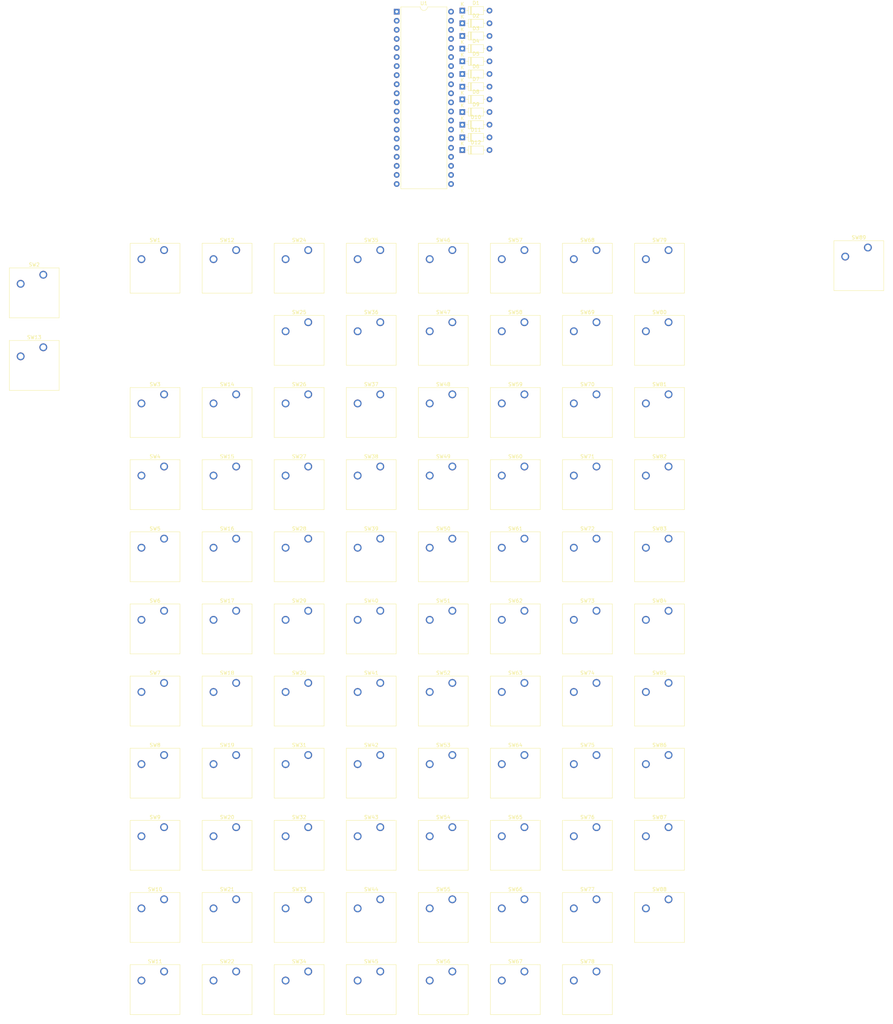
<source format=kicad_pcb>
(kicad_pcb (version 20221018) (generator pcbnew)
  (layers (0 "F.Cu" signal) (31 "B.Cu" signal) (34 "B.Paste" user) (35 "F.Paste" user) (36 "B.SilkS" user "B.Silkscreen") (37 "F.SilkS" user "F.Silkscreen") (38 "B.Mask" user) (39 "F.Mask" user) (44 "Edge.Cuts" user))
  (net 0 "")
  (net 1 "Net-(D1-K)")
  (net 2 "Net-(D1-A)")
  (net 3 "Net-(D2-K)")
  (net 4 "Net-(D2-A)")
  (net 5 "Net-(D3-K)")
  (net 6 "Net-(D3-A)")
  (net 7 "Net-(D4-K)")
  (net 8 "Net-(D4-A)")
  (net 9 "Net-(D5-K)")
  (net 10 "Net-(D5-A)")
  (net 11 "Net-(D6-K)")
  (net 12 "Net-(D6-A)")
  (net 13 "Net-(D7-K)")
  (net 14 "Net-(D7-A)")
  (net 15 "Net-(D8-K)")
  (net 16 "Net-(D8-A)")
  (net 17 "Net-(D9-K)")
  (net 18 "Net-(D9-A)")
  (net 19 "Net-(D10-K)")
  (net 20 "Net-(D10-A)")
  (net 21 "Net-(D11-K)")
  (net 22 "Net-(D11-A)")
  (net 23 "Net-(D12-K)")
  (net 24 "Net-(D12-A)")
  (net 25 "/Keyboard/XT2_{1}")
  (net 26 "/Keyboard/XT1_{1}")
  (net 27 "/Keyboard/XT1_{2}")
  (net 28 "/Keyboard/XT1_{3}")
  (net 29 "/Keyboard/XT1_{4}")
  (net 30 "/Keyboard/XT1_{5}")
  (net 31 "/Keyboard/XT1_{6}")
  (net 32 "/Keyboard/XT1_{7}")
  (net 33 "/Keyboard/XT1_{8}")
  (net 34 "/Keyboard/XT1_{9}")
  (net 35 "/Keyboard/XT1_{10}")
  (net 36 "/Keyboard/XT1_{11}")
  (net 37 "/Keyboard/XT2_{2}")
  (net 38 "/Keyboard/XT2_{4}")
  (net 39 "/Keyboard/XT2_{3}")
  (net 40 "/Keyboard/XT2_{5}")
  (net 41 "/Keyboard/XT2_{6}")
  (net 42 "/Keyboard/XT2_{7}")
  (net 43 "/Keyboard/XT2_{8}")
  (net 44 "/Keyboard/XT1_{12}")
  (net 45 "/Keyboard/XT2_{9}")
  (net 46 "Net-(U1-Vpp{slash}~{MCLR}{slash}RE3)")
  (net 47 "Net-(J2-Pin_9)")
  (net 53 "Net-(U1-CK1SPP{slash}AN5{slash}RE0)")
  (net 54 "Net-(U1-CK2SPP{slash}AN6{slash}RE1)")
  (net 55 "Net-(U1-OESPP{slash}AN7{slash}RE2)")
  (net 56 "Net-(U1-VDD-Pad11)")
  (net 57 "GND")
  (net 58 "Net-(U1-OSC1{slash}CLKI)")
  (net 59 "Net-(U1-RA6{slash}OSC2{slash}CLKO)")
  (net 64 "Net-(U1-SPP0{slash}RD0)")
  (net 65 "Net-(U1-SPP1{slash}RD1)")
  (net 66 "Net-(U1-SPP2{slash}RD2)")
  (net 67 "Net-(U1-SPP3{slash}RD3)")
  (net 72 "Net-(U1-SPP4{slash}RD4)")
  (net 73 "Net-(U1-P1B{slash}SPP5{slash}RD5)")
  (net 74 "Net-(U1-P1C{slash}SPP6{slash}RD6)")
  (net 75 "Net-(U1-P1D{slash}SPP7{slash}RD7)")
  (net 76 "Net-(J2-Pin_1)")
  (net 77 "Net-(J2-Pin_2)")
  (net 78 "Net-(J2-Pin_3)")
  (net 79 "Net-(J2-Pin_4)")
  (net 80 "Net-(J2-Pin_5)")
  (net 81 "Net-(J2-Pin_6)")
  (net 82 "Net-(J2-Pin_7)")
  (net 83 "Net-(J2-Pin_8)")
  (footprint "Diode_THT:D_DO-35_SOD27_P7.62mm_Horizontal" (layer "F.Cu") (at 142.86 -21.66)
    (fp_text reference "D5" (at 3.81 -2.12) (layer "F.SilkS"))
    (fp_text value "1N4148")
    (fp_text user "K" (at 0 -1.8) (layer "F.SilkS"))
    (pad "1" thru_hole rect (at 0 0) (size 1.6 1.6) (drill 0.8) (layers "*.Cu" "*.Mask") (net 9 "Net-(D5-K)"))
    (pad "2" thru_hole oval (at 7.62 0) (size 1.6 1.6) (drill 0.8) (layers "*.Cu" "*.Mask") (net 10 "Net-(D5-A)"))
  )
  (footprint "Button_Switch_Keyboard:SW_Cherry_MX_1.00u_Plate" (layer "F.Cu") (at 200.66 71.6)
    (fp_text reference "SW81" (at -2.54 -2.794) (layer "F.SilkS"))
    (fp_text value "SA1")
    (pad "" np_thru_hole circle (at -2.54 5.08) (size 4 4) (drill 4) (layers "*.Cu" "*.Mask"))
    (pad "1" thru_hole circle (at 0 0) (size 2.2 2.2) (drill 1.5) (layers "*.Cu" "*.Mask") (net 40 "/Keyboard/XT2_{5}"))
    (pad "2" thru_hole circle (at -6.35 2.54) (size 2.2 2.2) (drill 1.5) (layers "*.Cu" "*.Mask") (net 35 "/Keyboard/XT1_{10}"))
  )
  (footprint "Diode_THT:D_DO-35_SOD27_P7.62mm_Horizontal" (layer "F.Cu") (at 142.86 -28.76)
    (fp_text reference "D3" (at 3.81 -2.12) (layer "F.SilkS"))
    (fp_text value "1N4148")
    (fp_text user "K" (at 0 -1.8) (layer "F.SilkS"))
    (pad "1" thru_hole rect (at 0 0) (size 1.6 1.6) (drill 0.8) (layers "*.Cu" "*.Mask") (net 5 "Net-(D3-K)"))
    (pad "2" thru_hole oval (at 7.62 0) (size 1.6 1.6) (drill 0.8) (layers "*.Cu" "*.Mask") (net 6 "Net-(D3-A)"))
  )
  (footprint "Button_Switch_Keyboard:SW_Cherry_MX_1.00u_Plate" (layer "F.Cu") (at 79.46 213)
    (fp_text reference "SW21" (at -2.54 -2.794) (layer "F.SilkS"))
    (fp_text value "SA1")
    (pad "" np_thru_hole circle (at -2.54 5.08) (size 4 4) (drill 4) (layers "*.Cu" "*.Mask"))
    (pad "1" thru_hole circle (at 0 0) (size 2.2 2.2) (drill 1.5) (layers "*.Cu" "*.Mask") (net 37 "/Keyboard/XT2_{2}"))
    (pad "2" thru_hole circle (at -6.35 2.54) (size 2.2 2.2) (drill 1.5) (layers "*.Cu" "*.Mask") (net 35 "/Keyboard/XT1_{10}"))
  )
  (footprint "Button_Switch_Keyboard:SW_Cherry_MX_1.00u_Plate" (layer "F.Cu") (at 99.66 152.4)
    (fp_text reference "SW30" (at -2.54 -2.794) (layer "F.SilkS"))
    (fp_text value "SA1")
    (pad "" np_thru_hole circle (at -2.54 5.08) (size 4 4) (drill 4) (layers "*.Cu" "*.Mask"))
    (pad "1" thru_hole circle (at 0 0) (size 2.2 2.2) (drill 1.5) (layers "*.Cu" "*.Mask") (net 38 "/Keyboard/XT2_{4}"))
    (pad "2" thru_hole circle (at -6.35 2.54) (size 2.2 2.2) (drill 1.5) (layers "*.Cu" "*.Mask") (net 29 "/Keyboard/XT1_{4}"))
  )
  (footprint "Button_Switch_Keyboard:SW_Cherry_MX_1.00u_Plate" (layer "F.Cu") (at 99.66 172.6)
    (fp_text reference "SW31" (at -2.54 -2.794) (layer "F.SilkS"))
    (fp_text value "SA1")
    (pad "" np_thru_hole circle (at -2.54 5.08) (size 4 4) (drill 4) (layers "*.Cu" "*.Mask"))
    (pad "1" thru_hole circle (at 0 0) (size 2.2 2.2) (drill 1.5) (layers "*.Cu" "*.Mask") (net 39 "/Keyboard/XT2_{3}"))
    (pad "2" thru_hole circle (at -6.35 2.54) (size 2.2 2.2) (drill 1.5) (layers "*.Cu" "*.Mask") (net 30 "/Keyboard/XT1_{5}"))
  )
  (footprint "Button_Switch_Keyboard:SW_Cherry_MX_1.00u_Plate" (layer "F.Cu") (at 79.46 152.4)
    (fp_text reference "SW18" (at -2.54 -2.794) (layer "F.SilkS"))
    (fp_text value "SA1")
    (pad "" np_thru_hole circle (at -2.54 5.08) (size 4 4) (drill 4) (layers "*.Cu" "*.Mask"))
    (pad "1" thru_hole circle (at 0 0) (size 2.2 2.2) (drill 1.5) (layers "*.Cu" "*.Mask") (net 37 "/Keyboard/XT2_{2}"))
    (pad "2" thru_hole circle (at -6.35 2.54) (size 2.2 2.2) (drill 1.5) (layers "*.Cu" "*.Mask") (net 32 "/Keyboard/XT1_{7}"))
  )
  (footprint "Button_Switch_Keyboard:SW_Cherry_MX_1.00u_Plate" (layer "F.Cu") (at 99.66 91.8)
    (fp_text reference "SW27" (at -2.54 -2.794) (layer "F.SilkS"))
    (fp_text value "SA1")
    (pad "" np_thru_hole circle (at -2.54 5.08) (size 4 4) (drill 4) (layers "*.Cu" "*.Mask"))
    (pad "1" thru_hole circle (at 0 0) (size 2.2 2.2) (drill 1.5) (layers "*.Cu" "*.Mask") (net 39 "/Keyboard/XT2_{3}"))
    (pad "2" thru_hole circle (at -6.35 2.54) (size 2.2 2.2) (drill 1.5) (layers "*.Cu" "*.Mask") (net 28 "/Keyboard/XT1_{3}"))
  )
  (footprint "Button_Switch_Keyboard:SW_Cherry_MX_1.00u_Plate" (layer "F.Cu") (at 160.26 152.4)
    (fp_text reference "SW63" (at -2.54 -2.794) (layer "F.SilkS"))
    (fp_text value "SA1")
    (pad "" np_thru_hole circle (at -2.54 5.08) (size 4 4) (drill 4) (layers "*.Cu" "*.Mask"))
    (pad "1" thru_hole circle (at 0 0) (size 2.2 2.2) (drill 1.5) (layers "*.Cu" "*.Mask") (net 42 "/Keyboard/XT2_{7}"))
    (pad "2" thru_hole circle (at -6.35 2.54) (size 2.2 2.2) (drill 1.5) (layers "*.Cu" "*.Mask") (net 30 "/Keyboard/XT1_{5}"))
  )
  (footprint "Button_Switch_Keyboard:SW_Cherry_MX_1.00u_Plate" (layer "F.Cu") (at 140.06 71.6)
    (fp_text reference "SW48" (at -2.54 -2.794) (layer "F.SilkS"))
    (fp_text value "SA1")
    (pad "" np_thru_hole circle (at -2.54 5.08) (size 4 4) (drill 4) (layers "*.Cu" "*.Mask"))
    (pad "1" thru_hole circle (at 0 0) (size 2.2 2.2) (drill 1.5) (layers "*.Cu" "*.Mask") (net 43 "/Keyboard/XT2_{8}"))
    (pad "2" thru_hole circle (at -6.35 2.54) (size 2.2 2.2) (drill 1.5) (layers "*.Cu" "*.Mask") (net 26 "/Keyboard/XT1_{1}"))
  )
  (footprint "Diode_THT:D_DO-35_SOD27_P7.62mm_Horizontal" (layer "F.Cu") (at 142.86 -18.11)
    (fp_text reference "D6" (at 3.81 -2.12) (layer "F.SilkS"))
    (fp_text value "1N4148")
    (fp_text user "K" (at 0 -1.8) (layer "F.SilkS"))
    (pad "1" thru_hole rect (at 0 0) (size 1.6 1.6) (drill 0.8) (layers "*.Cu" "*.Mask") (net 11 "Net-(D6-K)"))
    (pad "2" thru_hole oval (at 7.62 0) (size 1.6 1.6) (drill 0.8) (layers "*.Cu" "*.Mask") (net 12 "Net-(D6-A)"))
  )
  (footprint "Button_Switch_Keyboard:SW_Cherry_MX_1.00u_Plate" (layer "F.Cu") (at 180.46 192.8)
    (fp_text reference "SW76" (at -2.54 -2.794) (layer "F.SilkS"))
    (fp_text value "SA1")
    (pad "" np_thru_hole circle (at -2.54 5.08) (size 4 4) (drill 4) (layers "*.Cu" "*.Mask"))
    (pad "1" thru_hole circle (at 0 0) (size 2.2 2.2) (drill 1.5) (layers "*.Cu" "*.Mask") (net 43 "/Keyboard/XT2_{8}"))
    (pad "2" thru_hole circle (at -6.35 2.54) (size 2.2 2.2) (drill 1.5) (layers "*.Cu" "*.Mask") (net 33 "/Keyboard/XT1_{8}"))
  )
  (footprint "Button_Switch_Keyboard:SW_Cherry_MX_1.00u_Plate" (layer "F.Cu") (at 119.86 213)
    (fp_text reference "SW44" (at -2.54 -2.794) (layer "F.SilkS"))
    (fp_text value "SA1")
    (pad "" np_thru_hole circle (at -2.54 5.08) (size 4 4) (drill 4) (layers "*.Cu" "*.Mask"))
    (pad "1" thru_hole circle (at 0 0) (size 2.2 2.2) (drill 1.5) (layers "*.Cu" "*.Mask") (net 38 "/Keyboard/XT2_{4}"))
    (pad "2" thru_hole circle (at -6.35 2.54) (size 2.2 2.2) (drill 1.5) (layers "*.Cu" "*.Mask") (net 36 "/Keyboard/XT1_{11}"))
  )
  (footprint "Button_Switch_Keyboard:SW_Cherry_MX_1.00u_Plate" (layer "F.Cu") (at 119.86 132.2)
    (fp_text reference "SW40" (at -2.54 -2.794) (layer "F.SilkS"))
    (fp_text value "SA1")
    (pad "" np_thru_hole circle (at -2.54 5.08) (size 4 4) (drill 4) (layers "*.Cu" "*.Mask"))
    (pad "1" thru_hole circle (at 0 0) (size 2.2 2.2) (drill 1.5) (layers "*.Cu" "*.Mask") (net 38 "/Keyboard/XT2_{4}"))
    (pad "2" thru_hole circle (at -6.35 2.54) (size 2.2 2.2) (drill 1.5) (layers "*.Cu" "*.Mask") (net 34 "/Keyboard/XT1_{9}"))
  )
  (footprint "Button_Switch_Keyboard:SW_Cherry_MX_1.00u_Plate" (layer "F.Cu") (at 200.66 152.4)
    (fp_text reference "SW85" (at -2.54 -2.794) (layer "F.SilkS"))
    (fp_text value "SA1")
    (pad "" np_thru_hole circle (at -2.54 5.08) (size 4 4) (drill 4) (layers "*.Cu" "*.Mask"))
    (pad "1" thru_hole circle (at 0 0) (size 2.2 2.2) (drill 1.5) (layers "*.Cu" "*.Mask") (net 40 "/Keyboard/XT2_{5}"))
    (pad "2" thru_hole circle (at -6.35 2.54) (size 2.2 2.2) (drill 1.5) (layers "*.Cu" "*.Mask") (net 36 "/Keyboard/XT1_{11}"))
  )
  (footprint "Button_Switch_Keyboard:SW_Cherry_MX_1.00u_Plate" (layer "F.Cu") (at 79.46 112)
    (fp_text reference "SW16" (at -2.54 -2.794) (layer "F.SilkS"))
    (fp_text value "SA1")
    (pad "" np_thru_hole circle (at -2.54 5.08) (size 4 4) (drill 4) (layers "*.Cu" "*.Mask"))
    (pad "1" thru_hole circle (at 0 0) (size 2.2 2.2) (drill 1.5) (layers "*.Cu" "*.Mask") (net 37 "/Keyboard/XT2_{2}"))
    (pad "2" thru_hole circle (at -6.35 2.54) (size 2.2 2.2) (drill 1.5) (layers "*.Cu" "*.Mask") (net 30 "/Keyboard/XT1_{5}"))
  )
  (footprint "Button_Switch_Keyboard:SW_Cherry_MX_1.00u_Plate" (layer "F.Cu") (at 160.26 91.8)
    (fp_text reference "SW60" (at -2.54 -2.794) (layer "F.SilkS"))
    (fp_text value "SA1")
    (pad "" np_thru_hole circle (at -2.54 5.08) (size 4 4) (drill 4) (layers "*.Cu" "*.Mask"))
    (pad "1" thru_hole circle (at 0 0) (size 2.2 2.2) (drill 1.5) (layers "*.Cu" "*.Mask") (net 43 "/Keyboard/XT2_{8}"))
    (pad "2" thru_hole circle (at -6.35 2.54) (size 2.2 2.2) (drill 1.5) (layers "*.Cu" "*.Mask") (net 29 "/Keyboard/XT1_{4}"))
  )
  (footprint "Button_Switch_Keyboard:SW_Cherry_MX_1.00u_Plate" (layer "F.Cu") (at 180.46 51.4)
    (fp_text reference "SW69" (at -2.54 -2.794) (layer "F.SilkS"))
    (fp_text value "SA1")
    (pad "" np_thru_hole circle (at -2.54 5.08) (size 4 4) (drill 4) (layers "*.Cu" "*.Mask"))
    (pad "1" thru_hole circle (at 0 0) (size 2.2 2.2) (drill 1.5) (layers "*.Cu" "*.Mask") (net 40 "/Keyboard/XT2_{5}"))
    (pad "2" thru_hole circle (at -6.35 2.54) (size 2.2 2.2) (drill 1.5) (layers "*.Cu" "*.Mask") (net 32 "/Keyboard/XT1_{7}"))
  )
  (footprint "Button_Switch_Keyboard:SW_Cherry_MX_1.00u_Plate" (layer "F.Cu") (at 200.66 213)
    (fp_text reference "SW88" (at -2.54 -2.794) (layer "F.SilkS"))
    (fp_text value "SA1")
    (pad "" np_thru_hole circle (at -2.54 5.08) (size 4 4) (drill 4) (layers "*.Cu" "*.Mask"))
    (pad "1" thru_hole circle (at 0 0) (size 2.2 2.2) (drill 1.5) (layers "*.Cu" "*.Mask") (net 43 "/Keyboard/XT2_{8}"))
    (pad "2" thru_hole circle (at -6.35 2.54) (size 2.2 2.2) (drill 1.5) (layers "*.Cu" "*.Mask") (net 36 "/Keyboard/XT1_{11}"))
  )
  (footprint "Button_Switch_Keyboard:SW_Cherry_MX_1.00u_Plate" (layer "F.Cu") (at 59.26 132.2)
    (fp_text reference "SW6" (at -2.54 -2.794) (layer "F.SilkS"))
    (fp_text value "SA1")
    (pad "" np_thru_hole circle (at -2.54 5.08) (size 4 4) (drill 4) (layers "*.Cu" "*.Mask"))
    (pad "1" thru_hole circle (at 0 0) (size 2.2 2.2) (drill 1.5) (layers "*.Cu" "*.Mask") (net 25 "/Keyboard/XT2_{1}"))
    (pad "2" thru_hole circle (at -6.35 2.54) (size 2.2 2.2) (drill 1.5) (layers "*.Cu" "*.Mask") (net 31 "/Keyboard/XT1_{6}"))
  )
  (footprint "Button_Switch_Keyboard:SW_Cherry_MX_1.00u_Plate" (layer "F.Cu") (at 59.26 213)
    (fp_text reference "SW10" (at -2.54 -2.794) (layer "F.SilkS"))
    (fp_text value "SA1")
    (pad "" np_thru_hole circle (at -2.54 5.08) (size 4 4) (drill 4) (layers "*.Cu" "*.Mask"))
    (pad "1" thru_hole circle (at 0 0) (size 2.2 2.2) (drill 1.5) (layers "*.Cu" "*.Mask") (net 25 "/Keyboard/XT2_{1}"))
    (pad "2" thru_hole circle (at -6.35 2.54) (size 2.2 2.2) (drill 1.5) (layers "*.Cu" "*.Mask") (net 35 "/Keyboard/XT1_{10}"))
  )
  (footprint "Button_Switch_Keyboard:SW_Cherry_MX_1.00u_Plate" (layer "F.Cu") (at 200.66 132.2)
    (fp_text reference "SW84" (at -2.54 -2.794) (layer "F.SilkS"))
    (fp_text value "SA1")
    (pad "" np_thru_hole circle (at -2.54 5.08) (size 4 4) (drill 4) (layers "*.Cu" "*.Mask"))
    (pad "1" thru_hole circle (at 0 0) (size 2.2 2.2) (drill 1.5) (layers "*.Cu" "*.Mask") (net 43 "/Keyboard/XT2_{8}"))
    (pad "2" thru_hole circle (at -6.35 2.54) (size 2.2 2.2) (drill 1.5) (layers "*.Cu" "*.Mask") (net 35 "/Keyboard/XT1_{10}"))
  )
  (footprint "Button_Switch_Keyboard:SW_Cherry_MX_1.00u_Plate" (layer "F.Cu") (at 25.4 38.1)
    (fp_text reference "SW2" (at -2.54 -2.794) (layer "F.SilkS"))
    (fp_text value "ESC")
    (pad "" np_thru_hole circle (at -2.54 5.08) (size 4 4) (drill 4) (layers "*.Cu" "*.Mask"))
    (pad "1" thru_hole circle (at 0 0) (size 2.2 2.2) (drill 1.5) (layers "*.Cu" "*.Mask") (net 25 "/Keyboard/XT2_{1}"))
    (pad "2" thru_hole circle (at -6.35 2.54) (size 2.2 2.2) (drill 1.5) (layers "*.Cu" "*.Mask") (net 27 "/Keyboard/XT1_{2}"))
  )
  (footprint "Button_Switch_Keyboard:SW_Cherry_MX_1.00u_Plate" (layer "F.Cu") (at 119.86 112)
    (fp_text reference "SW39" (at -2.54 -2.794) (layer "F.SilkS"))
    (fp_text value "SA1")
    (pad "" np_thru_hole circle (at -2.54 5.08) (size 4 4) (drill 4) (layers "*.Cu" "*.Mask"))
    (pad "1" thru_hole circle (at 0 0) (size 2.2 2.2) (drill 1.5) (layers "*.Cu" "*.Mask") (net 39 "/Keyboard/XT2_{3}"))
    (pad "2" thru_hole circle (at -6.35 2.54) (size 2.2 2.2) (drill 1.5) (layers "*.Cu" "*.Mask") (net 34 "/Keyboard/XT1_{9}"))
  )
  (footprint "Button_Switch_Keyboard:SW_Cherry_MX_1.00u_Plate" (layer "F.Cu") (at 160.26 192.8)
    (fp_text reference "SW65" (at -2.54 -2.794) (layer "F.SilkS"))
    (fp_text value "SA1")
    (pad "" np_thru_hole circle (at -2.54 5.08) (size 4 4) (drill 4) (layers "*.Cu" "*.Mask"))
    (pad "1" thru_hole circle (at 0 0) (size 2.2 2.2) (drill 1.5) (layers "*.Cu" "*.Mask") (net 40 "/Keyboard/XT2_{5}"))
    (pad "2" thru_hole circle (at -6.35 2.54) (size 2.2 2.2) (drill 1.5) (layers "*.Cu" "*.Mask") (net 31 "/Keyboard/XT1_{6}"))
  )
  (footprint "Button_Switch_Keyboard:SW_Cherry_MX_1.00u_Plate" (layer "F.Cu") (at 200.66 192.8)
    (fp_text reference "SW87" (at -2.54 -2.794) (layer "F.SilkS"))
    (fp_text value "SA1")
    (pad "" np_thru_hole circle (at -2.54 5.08) (size 4 4) (drill 4) (layers "*.Cu" "*.Mask"))
    (pad "1" thru_hole circle (at 0 0) (size 2.2 2.2) (drill 1.5) (layers "*.Cu" "*.Mask") (net 42 "/Keyboard/XT2_{7}"))
    (pad "2" thru_hole circle (at -6.35 2.54) (size 2.2 2.2) (drill 1.5) (layers "*.Cu" "*.Mask") (net 36 "/Keyboard/XT1_{11}"))
  )
  (footprint "Button_Switch_Keyboard:SW_Cherry_MX_1.00u_Plate" (layer "F.Cu") (at 180.46 31.2)
    (fp_text reference "SW68" (at -2.54 -2.794) (layer "F.SilkS"))
    (fp_text value "SA1")
    (pad "" np_thru_hole circle (at -2.54 5.08) (size 4 4) (drill 4) (layers "*.Cu" "*.Mask"))
    (pad "1" thru_hole circle (at 0 0) (size 2.2 2.2) (drill 1.5) (layers "*.Cu" "*.Mask") (net 43 "/Keyboard/XT2_{8}"))
    (pad "2" thru_hole circle (at -6.35 2.54) (size 2.2 2.2) (drill 1.5) (layers "*.Cu" "*.Mask") (net 31 "/Keyboard/XT1_{6}"))
  )
  (footprint "Button_Switch_Keyboard:SW_Cherry_MX_1.00u_Plate" (layer "F.Cu") (at 59.26 233.2)
    (fp_text reference "SW11" (at -2.54 -2.794) (layer "F.SilkS"))
    (fp_text value "SA1")
    (pad "" np_thru_hole circle (at -2.54 5.08) (size 4 4) (drill 4) (layers "*.Cu" "*.Mask"))
    (pad "1" thru_hole circle (at 0 0) (size 2.2 2.2) (drill 1.5) (layers "*.Cu" "*.Mask") (net 25 "/Keyboard/XT2_{1}"))
    (pad "2" thru_hole circle (at -6.35 2.54) (size 2.2 2.2) (drill 1.5) (layers "*.Cu" "*.Mask") (net 36 "/Keyboard/XT1_{11}"))
  )
  (footprint "Button_Switch_Keyboard:SW_Cherry_MX_1.00u_Plate" (layer "F.Cu") (at 160.26 112)
    (fp_text reference "SW61" (at -2.54 -2.794) (layer "F.SilkS"))
    (fp_text value "SA1")
    (pad "" np_thru_hole circle (at -2.54 5.08) (size 4 4) (drill 4) (layers "*.Cu" "*.Mask"))
    (pad "1" thru_hole circle (at 0 0) (size 2.2 2.2) (drill 1.5) (layers "*.Cu" "*.Mask") (net 40 "/Keyboard/XT2_{5}"))
    (pad "2" thru_hole circle (at -6.35 2.54) (size 2.2 2.2) (drill 1.5) (layers "*.Cu" "*.Mask") (net 30 "/Keyboard/XT1_{5}"))
  )
  (footprint "Button_Switch_Keyboard:SW_Cherry_MX_1.00u_Plate" (layer "F.Cu") (at 119.86 51.4)
    (fp_text reference "SW36" (at -2.54 -2.794) (layer "F.SilkS"))
    (fp_text value "SA1")
    (pad "" np_thru_hole circle (at -2.54 5.08) (size 4 4) (drill 4) (layers "*.Cu" "*.Mask"))
    (pad "1" thru_hole circle (at 0 0) (size 2.2 2.2) (drill 1.5) (layers "*.Cu" "*.Mask") (net 38 "/Keyboard/XT2_{4}"))
    (pad "2" thru_hole circle (at -6.35 2.54) (size 2.2 2.2) (drill 1.5) (layers "*.Cu" "*.Mask") (net 32 "/Keyboard/XT1_{7}"))
  )
  (footprint "Button_Switch_Keyboard:SW_Cherry_MX_1.00u_Plate" (layer "F.Cu") (at 59.26 112)
    (fp_text reference "SW5" (at -2.54 -2.794) (layer "F.SilkS"))
    (fp_text value "SA1")
    (pad "" np_thru_hole circle (at -2.54 5.08) (size 4 4) (drill 4) (layers "*.Cu" "*.Mask"))
    (pad "1" thru_hole circle (at 0 0) (size 2.2 2.2) (drill 1.5) (layers "*.Cu" "*.Mask") (net 25 "/Keyboard/XT2_{1}"))
    (pad "2" thru_hole circle (at -6.35 2.54) (size 2.2 2.2) (drill 1.5) (layers "*.Cu" "*.Mask") (net 30 "/Keyboard/XT1_{5}"))
  )
  (footprint "Diode_THT:D_DO-35_SOD27_P7.62mm_Horizontal" (layer "F.Cu") (at 142.86 -11.01)
    (fp_text reference "D8" (at 3.81 -2.12) (layer "F.SilkS"))
    (fp_text value "1N4148")
    (fp_text user "K" (at 0 -1.8) (layer "F.SilkS"))
    (pad "1" thru_hole rect (at 0 0) (size 1.6 1.6) (drill 0.8) (layers "*.Cu" "*.Mask") (net 15 "Net-(D8-K)"))
    (pad "2" thru_hole oval (at 7.62 0) (size 1.6 1.6) (drill 0.8) (layers "*.Cu" "*.Mask") (net 16 "Net-(D8-A)"))
  )
  (footprint "Button_Switch_Keyboard:SW_Cherry_MX_1.00u_Plate" (layer "F.Cu") (at 99.66 71.6)
    (fp_text reference "SW26" (at -2.54 -2.794) (layer "F.SilkS"))
    (fp_text value "SA1")
    (pad "" np_thru_hole circle (at -2.54 5.08) (size 4 4) (drill 4) (layers "*.Cu" "*.Mask"))
    (pad "1" thru_hole circle (at 0 0) (size 2.2 2.2) (drill 1.5) (layers "*.Cu" "*.Mask") (net 38 "/Keyboard/XT2_{4}"))
    (pad "2" thru_hole circle (at -6.35 2.54) (size 2.2 2.2) (drill 1.5) (layers "*.Cu" "*.Mask") (net 27 "/Keyboard/XT1_{2}"))
  )
  (footprint "Button_Switch_Keyboard:SW_Cherry_MX_1.00u_Plate" (layer "F.Cu") (at 140.06 192.8)
    (fp_text reference "SW54" (at -2.54 -2.794) (layer "F.SilkS"))
    (fp_text value "SA1")
    (pad "" np_thru_hole circle (at -2.54 5.08) (size 4 4) (drill 4) (layers "*.Cu" "*.Mask"))
    (pad "1" thru_hole circle (at 0 0) (size 2.2 2.2) (drill 1.5) (layers "*.Cu" "*.Mask") (net 41 "/Keyboard/XT2_{6}"))
    (pad "2" thru_hole circle (at -6.35 2.54) (size 2.2 2.2) (drill 1.5) (layers "*.Cu" "*.Mask") (net 28 "/Keyboard/XT1_{3}"))
  )
  (footprint "Button_Switch_Keyboard:SW_Cherry_MX_1.00u_Plate" (layer "F.Cu") (at 180.46 71.6)
    (fp_text reference "SW70" (at -2.54 -2.794) (layer "F.SilkS"))
    (fp_text value "SA1")
    (pad "" np_thru_hole circle (at -2.54 5.08) (size 4 4) (drill 4) (layers "*.Cu" "*.Mask"))
    (pad "1" thru_hole circle (at 0 0) (size 2.2 2.2) (drill 1.5) (layers "*.Cu" "*.Mask") (net 41 "/Keyboard/XT2_{6}"))
    (pad "2" thru_hole circle (at -6.35 2.54) (size 2.2 2.2) (drill 1.5) (layers "*.Cu" "*.Mask") (net 32 "/Keyboard/XT1_{7}"))
  )
  (footprint "Button_Switch_Keyboard:SW_Cherry_MX_1.00u_Plate" (layer "F.Cu") (at 180.46 132.2)
    (fp_text reference "SW73" (at -2.54 -2.794) (layer "F.SilkS"))
    (fp_text value "SA1")
    (pad "" np_thru_hole circle (at -2.54 5.08) (size 4 4) (drill 4) (layers "*.Cu" "*.Mask"))
    (pad "1" thru_hole circle (at 0 0) (size 2.2 2.2) (drill 1.5) (layers "*.Cu" "*.Mask") (net 40 "/Keyboard/XT2_{5}"))
    (pad "2" thru_hole circle (at -6.35 2.54) (size 2.2 2.2) (drill 1.5) (layers "*.Cu" "*.Mask") (net 33 "/Keyboard/XT1_{8}"))
  )
  (footprint "Button_Switch_Keyboard:SW_Cherry_MX_1.00u_Plate" (layer "F.Cu") (at 79.46 132.2)
    (fp_text reference "SW17" (at -2.54 -2.794) (layer "F.SilkS"))
    (fp_text value "SA1")
    (pad "" np_thru_hole circle (at -2.54 5.08) (size 4 4) (drill 4) (layers "*.Cu" "*.Mask"))
    (pad "1" thru_hole circle (at 0 0) (size 2.2 2.2) (drill 1.5) (layers "*.Cu" "*.Mask") (net 37 "/Keyboard/XT2_{2}"))
    (pad "2" thru_hole circle (at -6.35 2.54) (size 2.2 2.2) (drill 1.5) (layers "*.Cu" "*.Mask") (net 31 "/Keyboard/XT1_{6}"))
  )
  (footprint "Button_Switch_Keyboard:SW_Cherry_MX_1.00u_Plate" (layer "F.Cu") (at 59.26 152.4)
    (fp_text reference "SW7" (at -2.54 -2.794) (layer "F.SilkS"))
    (fp_text value "SA1")
    (pad "" np_thru_hole circle (at -2.54 5.08) (size 4 4) (drill 4) (layers "*.Cu" "*.Mask"))
    (pad "1" thru_hole circle (at 0 0) (size 2.2 2.2) (drill 1.5) (layers "*.Cu" "*.Mask") (net 25 "/Keyboard/XT2_{1}"))
    (pad "2" thru_hole circle (at -6.35 2.54) (size 2.2 2.2) (drill 1.5) (layers "*.Cu" "*.Mask") (net 32 "/Keyboard/XT1_{7}"))
  )
  (footprint "Button_Switch_Keyboard:SW_Cherry_MX_1.00u_Plate" (layer "F.Cu") (at 140.06 233.2)
    (fp_text reference "SW56" (at -2.54 -2.794) (layer "F.SilkS"))
    (fp_text value "SA1")
    (pad "" np_thru_hole circle (at -2.54 5.08) (size 4 4) (drill 4) (layers "*.Cu" "*.Mask"))
    (pad "1" thru_hole circle (at 0 0) (size 2.2 2.2) (drill 1.5) (layers "*.Cu" "*.Mask") (net 43 "/Keyboard/XT2_{8}"))
    (pad "2" thru_hole circle (at -6.35 2.54) (size 2.2 2.2) (drill 1.5) (layers "*.Cu" "*.Mask") (net 28 "/Keyboard/XT1_{3}"))
  )
  (footprint "Button_Switch_Keyboard:SW_Cherry_MX_1.00u_Plate" (layer "F.Cu") (at 180.46 91.8)
    (fp_text reference "SW71" (at -2.54 -2.794) (layer "F.SilkS"))
    (fp_text value "SA1")
    (pad "" np_thru_hole circle (at -2.54 5.08) (size 4 4) (drill 4) (layers "*.Cu" "*.Mask"))
    (pad "1" thru_hole circle (at 0 0) (size 2.2 2.2) (drill 1.5) (layers "*.Cu" "*.Mask") (net 42 "/Keyboard/XT2_{7}"))
    (pad "2" thru_hole circle (at -6.35 2.54) (size 2.2 2.2) (drill 1.5) (layers "*.Cu" "*.Mask") (net 32 "/Keyboard/XT1_{7}"))
  )
  (footprint "Button_Switch_Keyboard:SW_Cherry_MX_1.00u_Plate" (layer "F.Cu") (at 200.66 31.2)
    (fp_text reference "SW79" (at -2.54 -2.794) (layer "F.SilkS"))
    (fp_text value "SA1")
    (pad "" np_thru_hole circle (at -2.54 5.08) (size 4 4) (drill 4) (layers "*.Cu" "*.Mask"))
    (pad "1" thru_hole circle (at 0 0) (size 2.2 2.2) (drill 1.5) (layers "*.Cu" "*.Mask") (net 42 "/Keyboard/XT2_{7}"))
    (pad "2" thru_hole circle (at -6.35 2.54) (size 2.2 2.2) (drill 1.5) (layers "*.Cu" "*.Mask") (net 34 "/Keyboard/XT1_{9}"))
  )
  (footprint "Button_Switch_Keyboard:SW_Cherry_MX_1.00u_Plate" (layer "F.Cu") (at 119.86 71.6)
    (fp_text reference "SW37" (at -2.54 -2.794) (layer "F.SilkS"))
    (fp_text value "SA1")
    (pad "" np_thru_hole circle (at -2.54 5.08) (size 4 4) (drill 4) (layers "*.Cu" "*.Mask"))
    (pad "1" thru_hole circle (at 0 0) (size 2.2 2.2) (drill 1.5) (layers "*.Cu" "*.Mask") (net 39 "/Keyboard/XT2_{3}"))
    (pad "2" thru_hole circle (at -6.35 2.54) (size 2.2 2.2) (drill 1.5) (layers "*.Cu" "*.Mask") (net 33 "/Keyboard/XT1_{8}"))
  )
  (footprint "Button_Switch_Keyboard:SW_Cherry_MX_1.00u_Plate" (layer "F.Cu") (at 59.26 91.8)
    (fp_text reference "SW4" (at -2.54 -2.794) (layer "F.SilkS"))
    (fp_text value "SA1")
    (pad "" np_thru_hole circle (at -2.54 5.08) (size 4 4) (drill 4) (layers "*.Cu" "*.Mask"))
    (pad "1" thru_hole circle (at 0 0) (size 2.2 2.2) (drill 1.5) (layers "*.Cu" "*.Mask") (net 25 "/Keyboard/XT2_{1}"))
    (pad "2" thru_hole circle (at -6.35 2.54) (size 2.2 2.2) (drill 1.5) (layers "*.Cu" "*.Mask") (net 29 "/Keyboard/XT1_{4}"))
  )
  (footprint "Button_Switch_Keyboard:SW_Cherry_MX_1.00u_Plate" (layer "F.Cu") (at 160.26 31.2)
    (fp_text reference "SW57" (at -2.54 -2.794) (layer "F.SilkS"))
    (fp_text value "SA1")
    (pad "" np_thru_hole circle (at -2.54 5.08) (size 4 4) (drill 4) (layers "*.Cu" "*.Mask"))
    (pad "1" thru_hole circle (at 0 0) (size 2.2 2.2) (drill 1.5) (layers "*.Cu" "*.Mask") (net 40 "/Keyboard/XT2_{5}"))
    (pad "2" thru_hole circle (at -6.35 2.54) (size 2.2 2.2) (drill 1.5) (layers "*.Cu" "*.Mask") (net 29 "/Keyboard/XT1_{4}"))
  )
  (footprint "Button_Switch_Keyboard:SW_Cherry_MX_1.00u_Plate" (layer "F.Cu") (at 140.06 213)
    (fp_text reference "SW55" (at -2.54 -2.794) (layer "F.SilkS"))
    (fp_text value "SA1")
    (pad "" np_thru_hole circle (at -2.54 5.08) (size 4 4) (drill 4) (layers "*.Cu" "*.Mask"))
    (pad "1" thru_hole circle (at 0 0) (size 2.2 2.2) (drill 1.5) (layers "*.Cu" "*.Mask") (net 42 "/Keyboard/XT2_{7}"))
    (pad "2" thru_hole circle (at -6.35 2.54) (size 2.2 2.2) (drill 1.5) (layers "*.Cu" "*.Mask") (net 28 "/Keyboard/XT1_{3}"))
  )
  (footprint "Button_Switch_Keyboard:SW_Cherry_MX_1.00u_Plate" (layer "F.Cu") (at 99.66 213)
    (fp_text reference "SW33" (at -2.54 -2.794) (layer "F.SilkS"))
    (fp_text value "SA1")
    (pad "" np_thru_hole circle (at -2.54 5.08) (size 4 4) (drill 4) (layers "*.Cu" "*.Mask"))
    (pad "1" thru_hole circle (at 0 0) (size 2.2 2.2) (drill 1.5) (layers "*.Cu" "*.Mask") (net 39 "/Keyboard/XT2_{3}"))
    (pad "2" thru_hole circle (at -6.35 2.54) (size 2.2 2.2) (drill 1.5) (layers "*.Cu" "*.Mask") (net 31 "/Keyboard/XT1_{6}"))
  )
  (footprint "Button_Switch_Keyboard:SW_Cherry_MX_1.00u_Plate" (layer "F.Cu") (at 256.54 30.48)
    (fp_text reference "SW89" (at -2.54 -2.794) (layer "F.SilkS"))
    (fp_text value "F10")
    (pad "" np_thru_hole circle (at -2.54 5.08) (size 4 4) (drill 4) (layers "*.Cu" "*.Mask"))
    (pad "1" thru_hole circle (at 0 0) (size 2.2 2.2) (drill 1.5) (layers "*.Cu" "*.Mask") (net 44 "/Keyboard/XT1_{12}"))
    (pad "2" thru_hole circle (at -6.35 2.54) (size 2.2 2.2) (drill 1.5) (layers "*.Cu" "*.Mask") (net 45 "/Keyboard/XT2_{9}"))
  )
  (footprint "Button_Switch_Keyboard:SW_Cherry_MX_1.00u_Plate" (layer "F.Cu") (at 160.26 172.6)
    (fp_text reference "SW64" (at -2.54 -2.794) (layer "F.SilkS"))
    (fp_text value "SA1")
    (pad "" np_thru_hole circle (at -2.54 5.08) (size 4 4) (drill 4) (layers "*.Cu" "*.Mask"))
    (pad "1" thru_hole circle (at 0 0) (size 2.2 2.2) (drill 1.5) (layers "*.Cu" "*.Mask") (net 43 "/Keyboard/XT2_{8}"))
    (pad "2" thru_hole circle (at -6.35 2.54) (size 2.2 2.2) (drill 1.5) (layers "*.Cu" "*.Mask") (net 30 "/Keyboard/XT1_{5}"))
  )
  (footprint "Diode_THT:D_DO-35_SOD27_P7.62mm_Horizontal" (layer "F.Cu") (at 142.86 -14.56)
    (fp_text reference "D7" (at 3.81 -2.12) (layer "F.SilkS"))
    (fp_text value "1N4148")
    (fp_text user "K" (at 0 -1.8) (layer "F.SilkS"))
    (pad "1" thru_hole rect (at 0 0) (size 1.6 1.6) (drill 0.8) (layers "*.Cu" "*.Mask") (net 13 "Net-(D7-K)"))
    (pad "2" thru_hole oval (at 7.62 0) (size 1.6 1.6) (drill 0.8) (layers "*.Cu" "*.Mask") (net 14 "Net-(D7-A)"))
  )
  (footprint "Button_Switch_Keyboard:SW_Cherry_MX_1.00u_Plate" (layer "F.Cu") (at 160.26 132.2)
    (fp_text reference "SW62" (at -2.54 -2.794) (layer "F.SilkS"))
    (fp_text value "SA1")
    (pad "" np_thru_hole circle (at -2.54 5.08) (size 4 4) (drill 4) (layers "*.Cu" "*.Mask"))
    (pad "1" thru_hole circle (at 0 0) (size 2.2 2.2) (drill 1.5) (layers "*.Cu" "*.Mask") (net 41 "/Keyboard/XT2_{6}"))
    (pad "2" thru_hole circle (at -6.35 2.54) (size 2.2 2.2) (drill 1.5) (layers "*.Cu" "*.Mask") (net 30 "/Keyboard/XT1_{5}"))
  )
  (footprint "Button_Switch_Keyboard:SW_Cherry_MX_1.00u_Plate" (layer "F.Cu") (at 200.66 172.6)
    (fp_text reference "SW86" (at -2.54 -2.794) (layer "F.SilkS"))
    (fp_text value "SA1")
    (pad "" np_thru_hole circle (at -2.54 5.08) (size 4 4) (drill 4) (layers "*.Cu" "*.Mask"))
    (pad "1" thru_hole circle (at 0 0) (size 2.2 2.2) (drill 1.5) (layers "*.Cu" "*.Mask") (net 41 "/Keyboard/XT2_{6}"))
    (pad "2" thru_hole circle (at -6.35 2.54) (size 2.2 2.2) (drill 1.5) (layers "*.Cu" "*.Mask") (net 36 "/Keyboard/XT1_{11}"))
  )
  (footprint "Button_Switch_Keyboard:SW_Cherry_MX_1.00u_Plate" (layer "F.Cu") (at 99.66 112)
    (fp_text reference "SW28" (at -2.54 -2.794) (layer "F.SilkS"))
    (fp_text value "SA1")
    (pad "" np_thru_hole circle (at -2.54 5.08) (size 4 4) (drill 4) (layers "*.Cu" "*.Mask"))
    (pad "1" thru_hole circle (at 0 0) (size 2.2 2.2) (drill 1.5) (layers "*.Cu" "*.Mask") (net 38 "/Keyboard/XT2_{4}"))
    (pad "2" thru_hole circle (at -6.35 2.54) (size 2.2 2.2) (drill 1.5) (layers "*.Cu" "*.Mask") (net 28 "/Keyboard/XT1_{3}"))
  )
  (footprint "Button_Switch_Keyboard:SW_Cherry_MX_1.00u_Plate" (layer "F.Cu") (at 140.06 31.2)
    (fp_text reference "SW46" (at -2.54 -2.794) (layer "F.SilkS"))
    (fp_text value "SA1")
    (pad "" np_thru_hole circle (at -2.54 5.08) (size 4 4) (drill 4) (layers "*.Cu" "*.Mask"))
    (pad "1" thru_hole circle (at 0 0) (size 2.2 2.2) (drill 1.5) (layers "*.Cu" "*.Mask") (net 41 "/Keyboard/XT2_{6}"))
    (pad "2" thru_hole circle (at -6.35 2.54) (size 2.2 2.2) (drill 1.5) (layers "*.Cu" "*.Mask") (net 26 "/Keyboard/XT1_{1}"))
  )
  (footprint "Button_Switch_Keyboard:SW_Cherry_MX_1.00u_Plate" (layer "F.Cu") (at 119.86 192.8)
    (fp_text reference "SW43" (at -2.54 -2.794) (layer "F.SilkS"))
    (fp_text value "L")
    (pad "" np_thru_hole circle (at -2.54 5.08) (size 4 4) (drill 4) (layers "*.Cu" "*.Mask"))
    (pad "1" thru_hole circle (at 0 0) (size 2.2 2.2) (drill 1.5) (layers "*.Cu" "*.Mask") (net 39 "/Keyboard/XT2_{3}"))
    (pad "2" thru_hole circle (at -6.35 2.54) (size 2.2 2.2) (drill 1.5) (layers "*.Cu" "*.Mask") (net 36 "/Keyboard/XT1_{11}"))
  )
  (footprint "Diode_THT:D_DO-35_SOD27_P7.62mm_Horizontal" (layer "F.Cu") (at 142.86 -0.36)
    (fp_text reference "D11" (at 3.81 -2.12) (layer "F.SilkS"))
    (fp_text value "1N4148")
    (fp_text user "K" (at 0 -1.8) (layer "F.SilkS"))
    (pad "1" thru_hole rect (at 0 0) (size 1.6 1.6) (drill 0.8) (layers "*.Cu" "*.Mask") (net 21 "Net-(D11-K)"))
    (pad "2" thru_hole oval (at 7.62 0) (size 1.6 1.6) (drill 0.8) (layers "*.Cu" "*.Mask") (net 22 "Net-(D11-A)"))
  )
  (footprint "Diode_THT:D_DO-35_SOD27_P7.62mm_Horizontal" (layer "F.Cu") (at 142.86 -35.86)
    (fp_text reference "D1" (at 3.81 -2.12) (layer "F.SilkS"))
    (fp_text value "1N4148")
    (fp_text user "K" (at 0 -1.8) (layer "F.SilkS"))
    (pad "1" thru_hole rect (at 0 0) (size 1.6 1.6) (drill 0.8) (layers "*.Cu" "*.Mask") (net 1 "Net-(D1-K)"))
    (pad "2" thru_hole oval (at 7.62 0) (size 1.6 1.6) (drill 0.8) (layers "*.Cu" "*.Mask") (net 2 "Net-(D1-A)"))
  )
  (footprint "Button_Switch_Keyboard:SW_Cherry_MX_1.00u_Plate" (layer "F.Cu") (at 99.66 31.2)
    (fp_text reference "SW24" (at -2.54 -2.794) (layer "F.SilkS"))
    (fp_text value "SA1")
    (pad "" np_thru_hole circle (at -2.54 5.08) (size 4 4) (drill 4) (layers "*.Cu" "*.Mask"))
    (pad "1" thru_hole circle (at 0 0) (size 2.2 2.2) (drill 1.5) (layers "*.Cu" "*.Mask") (net 38 "/Keyboard/XT2_{4}"))
    (pad "2" thru_hole circle (at -6.35 2.54) (size 2.2 2.2) (drill 1.5) (layers "*.Cu" "*.Mask") (net 26 "/Keyboard/XT1_{1}"))
  )
  (footprint "Button_Switch_Keyboard:SW_Cherry_MX_1.00u_Plate" (layer "F.Cu") (at 59.26 31.2)
    (fp_text reference "SW1" (at -2.54 -2.794) (layer "F.SilkS"))
    (fp_text value "\"-\"")
    (pad "" np_thru_hole circle (at -2.54 5.08) (size 4 4) (drill 4) (layers "*.Cu" "*.Mask"))
    (pad "1" thru_hole circle (at 0 0) (size 2.2 2.2) (drill 1.5) (layers "*.Cu" "*.Mask") (net 25 "/Keyboard/XT2_{1}"))
    (pad "2" thru_hole circle (at -6.35 2.54) (size 2.2 2.2) (drill 1.5) (layers "*.Cu" "*.Mask") (net 26 "/Keyboard/XT1_{1}"))
  )
  (footprint "Diode_THT:D_DO-35_SOD27_P7.62mm_Horizontal" (layer "F.Cu") (at 142.86 -3.91)
    (fp_text reference "D10" (at 3.81 -2.12) (layer "F.SilkS"))
    (fp_text value "1N4148")
    (fp_text user "K" (at 0 -1.8) (layer "F.SilkS"))
    (pad "1" thru_hole rect (at 0 0) (size 1.6 1.6) (drill 0.8) (layers "*.Cu" "*.Mask") (net 19 "Net-(D10-K)"))
    (pad "2" thru_hole oval (at 7.62 0) (size 1.6 1.6) (drill 0.8) (layers "*.Cu" "*.Mask") (net 20 "Net-(D10-A)"))
  )
  (footprint "Button_Switch_Keyboard:SW_Cherry_MX_1.00u_Plate" (layer "F.Cu") (at 160.26 233.2)
    (fp_text reference "SW67" (at -2.54 -2.794) (layer "F.SilkS"))
    (fp_text value "SA1")
    (pad "" np_thru_hole circle (at -2.54 5.08) (size 4 4) (drill 4) (layers "*.Cu" "*.Mask"))
    (pad "1" thru_hole circle (at 0 0) (size 2.2 2.2) (drill 1.5) (layers "*.Cu" "*.Mask") (net 42 "/Keyboard/XT2_{7}"))
    (pad "2" thru_hole circle (at -6.35 2.54) (size 2.2 2.2) (drill 1.5) (layers "*.Cu" "*.Mask") (net 31 "/Keyboard/XT1_{6}"))
  )
  (footprint "Button_Switch_Keyboard:SW_Cherry_MX_1.00u_Plate" (layer "F.Cu") (at 140.06 51.4)
    (fp_text reference "SW47" (at -2.54 -2.794) (layer "F.SilkS"))
    (fp_text value "SA1")
    (pad "" np_thru_hole circle (at -2.54 5.08) (size 4 4) (drill 4) (layers "*.Cu" "*.Mask"))
    (pad "1" thru_hole circle (at 0 0) (size 2.2 2.2) (drill 1.5) (layers "*.Cu" "*.Mask") (net 42 "/Keyboard/XT2_{7}"))
    (pad "2" thru_hole circle (at -6.35 2.54) (size 2.2 2.2) (drill 1.5) (layers "*.Cu" "*.Mask") (net 26 "/Keyboard/XT1_{1}"))
  )
  (footprint "Button_Switch_Keyboard:SW_Cherry_MX_1.00u_Plate" (layer "F.Cu") (at 160.26 213)
    (fp_text reference "SW66" (at -2.54 -2.794) (layer "F.SilkS"))
    (fp_text value "SA1")
    (pad "" np_thru_hole circle (at -2.54 5.08) (size 4 4) (drill 4) (layers "*.Cu" "*.Mask"))
    (pad "1" thru_hole circle (at 0 0) (size 2.2 2.2) (drill 1.5) (layers "*.Cu" "*.Mask") (net 41 "/Keyboard/XT2_{6}"))
    (pad "2" thru_hole circle (at -6.35 2.54) (size 2.2 2.2) (drill 1.5) (layers "*.Cu" "*.Mask") (net 31 "/Keyboard/XT1_{6}"))
  )
  (footprint "Button_Switch_Keyboard:SW_Cherry_MX_1.00u_Plate" (layer "F.Cu") (at 119.86 172.6)
    (fp_text reference "SW42" (at -2.54 -2.794) (layer "F.SilkS"))
    (fp_text value "SA1")
    (pad "" np_thru_hole circle (at -2.54 5.08) (size 4 4) (drill 4) (layers "*.Cu" "*.Mask"))
    (pad "1" thru_hole circle (at 0 0) (size 2.2 2.2) (drill 1.5) (layers "*.Cu" "*.Mask") (net 38 "/Keyboard/XT2_{4}"))
    (pad "2" thru_hole circle (at -6.35 2.54) (size 2.2 2.2) (drill 1.5) (layers "*.Cu" "*.Mask") (net 35 "/Keyboard/XT1_{10}"))
  )
  (footprint "Button_Switch_Keyboard:SW_Cherry_MX_1.00u_Plate" (layer "F.Cu") (at 79.46 31.2)
    (fp_text reference "SW12" (at -2.54 -2.794) (layer "F.SilkS"))
    (fp_text value "SA1")
    (pad "" np_thru_hole circle (at -2.54 5.08) (size 4 4) (drill 4) (layers "*.Cu" "*.Mask"))
    (pad "1" thru_hole circle (at 0 0) (size 2.2 2.2) (drill 1.5) (layers "*.Cu" "*.Mask") (net 37 "/Keyboard/XT2_{2}"))
    (pad "2" thru_hole circle (at -6.35 2.54) (size 2.2 2.2) (drill 1.5) (layers "*.Cu" "*.Mask") (net 26 "/Keyboard/XT1_{1}"))
  )
  (footprint "Button_Switch_Keyboard:SW_Cherry_MX_1.00u_Plate" (layer "F.Cu") (at 160.26 71.6)
    (fp_text reference "SW59" (at -2.54 -2.794) (layer "F.SilkS"))
    (fp_text value "SA1")
    (pad "" np_thru_hole circle (at -2.54 5.08) (size 4 4) (drill 4) (layers "*.Cu" "*.Mask"))
    (pad "1" thru_hole circle (at 0 0) (size 2.2 2.2) (drill 1.5) (layers "*.Cu" "*.Mask") (net 42 "/Keyboard/XT2_{7}"))
    (pad "2" thru_hole circle (at -6.35 2.54) (size 2.2 2.2) (drill 1.5) (layers "*.Cu" "*.Mask") (net 29 "/Keyboard/XT1_{4}"))
  )
  (footprint "Button_Switch_Keyboard:SW_Cherry_MX_1.00u_Plate" (layer "F.Cu") (at 140.06 91.8)
    (fp_text reference "SW49" (at -2.54 -2.794) (layer "F.SilkS"))
    (fp_text value "SA1")
    (pad "" np_thru_hole circle (at -2.54 5.08) (size 4 4) (drill 4) (layers "*.Cu" "*.Mask"))
    (pad "1" thru_hole circle (at 0 0) (size 2.2 2.2) (drill 1.5) (layers "*.Cu" "*.Mask") (net 40 "/Keyboard/XT2_{5}"))
    (pad "2" thru_hole circle (at -6.35 2.54) (size 2.2 2.2) (drill 1.5) (layers "*.Cu" "*.Mask") (net 27 "/Keyboard/XT1_{2}"))
  )
  (footprint "Button_Switch_Keyboard:SW_Cherry_MX_1.00u_Plate" (layer "F.Cu") (at 119.86 31.2)
    (fp_text reference "SW35" (at -2.54 -2.794) (layer "F.SilkS"))
    (fp_text value "SA1")
    (pad "" np_thru_hole circle (at -2.54 5.08) (size 4 4) (drill 4) (layers "*.Cu" "*.Mask"))
    (pad "1" thru_hole circle (at 0 0) (size 2.2 2.2) (drill 1.5) (layers "*.Cu" "*.Mask") (net 39 "/Keyboard/XT2_{3}"))
    (pad "2" thru_hole circle (at -6.35 2.54) (size 2.2 2.2) (drill 1.5) (layers "*.Cu" "*.Mask") (net 32 "/Keyboard/XT1_{7}"))
  )
  (footprint "Button_Switch_Keyboard:SW_Cherry_MX_1.00u_Plate" (layer "F.Cu") (at 79.46 172.6)
    (fp_text reference "SW19" (at -2.54 -2.794) (layer "F.SilkS"))
    (fp_text value "SA1")
    (pad "" np_thru_hole circle (at -2.54 5.08) (size 4 4) (drill 4) (layers "*.Cu" "*.Mask"))
    (pad "1" thru_hole circle (at 0 0) (size 2.2 2.2) (drill 1.5) (layers "*.Cu" "*.Mask") (net 37 "/Keyboard/XT2_{2}"))
    (pad "2" thru_hole circle (at -6.35 2.54) (size 2.2 2.2) (drill 1.5) (layers "*.Cu" "*.Mask") (net 33 "/Keyboard/XT1_{8}"))
  )
  (footprint "Button_Switch_Keyboard:SW_Cherry_MX_1.00u_Plate" (layer "F.Cu") (at 140.06 132.2)
    (fp_text reference "SW51" (at -2.54 -2.794) (layer "F.SilkS"))
    (fp_text value "SA1")
    (pad "" np_thru_hole circle (at -2.54 5.08) (size 4 4) (drill 4) (layers "*.Cu" "*.Mask"))
    (pad "1" thru_hole circle (at 0 0) (size 2.2 2.2) (drill 1.5) (layers "*.Cu" "*.Mask") (net 42 "/Keyboard/XT2_{7}"))
    (pad "2" thru_hole circle (at -6.35 2.54) (size 2.2 2.2) (drill 1.5) (layers "*.Cu" "*.Mask") (net 27 "/Keyboard/XT1_{2}"))
  )
  (footprint "Diode_THT:D_DO-35_SOD27_P7.62mm_Horizontal" (layer "F.Cu") (at 142.86 -32.31)
    (fp_text reference "D2" (at 3.81 -2.12) (layer "F.SilkS"))
    (fp_text value "1N4148")
    (fp_text user "K" (at 0 -1.8) (layer "F.SilkS"))
    (pad "1" thru_hole rect (at 0 0) (size 1.6 1.6) (drill 0.8) (layers "*.Cu" "*.Mask") (net 3 "Net-(D2-K)"))
    (pad "2" thru_hole oval (at 7.62 0) (size 1.6 1.6) (drill 0.8) (layers "*.Cu" "*.Mask") (net 4 "Net-(D2-A)"))
  )
  (footprint "Button_Switch_Keyboard:SW_Cherry_MX_1.00u_Plate" (layer "F.Cu") (at 99.66 192.8)
    (fp_text reference "SW32" (at -2.54 -2.794) (layer "F.SilkS"))
    (fp_text value "SA1")
    (pad "" np_thru_hole circle (at -2.54 5.08) (size 4 4) (drill 4) (layers "*.Cu" "*.Mask"))
    (pad "1" thru_hole circle (at 0 0) (size 2.2 2.2) (drill 1.5) (layers "*.Cu" "*.Mask") (net 38 "/Keyboard/XT2_{4}"))
    (pad "2" thru_hole circle (at -6.35 2.54) (size 2.2 2.2) (drill 1.5) (layers "*.Cu" "*.Mask") (net 30 "/Keyboard/XT1_{5}"))
  )
  (footprint "Button_Switch_Keyboard:SW_Cherry_MX_1.00u_Plate" (layer "F.Cu") (at 200.66 91.8)
    (fp_text reference "SW82" (at -2.54 -2.794) (layer "F.SilkS"))
    (fp_text value "SA1")
    (pad "" np_thru_hole circle (at -2.54 5.08) (size 4 4) (drill 4) (layers "*.Cu" "*.Mask"))
    (pad "1" thru_hole circle (at 0 0) (size 2.2 2.2) (drill 1.5) (layers "*.Cu" "*.Mask") (net 41 "/Keyboard/XT2_{6}"))
    (pad "2" thru_hole circle (at -6.35 2.54) (size 2.2 2.2) (drill 1.5) (layers "*.Cu" "*.Mask") (net 35 "/Keyboard/XT1_{10}"))
  )
  (footprint "Button_Switch_Keyboard:SW_Cherry_MX_1.00u_Plate" (layer "F.Cu") (at 79.46 71.6)
    (fp_text reference "SW14" (at -2.54 -2.794) (layer "F.SilkS"))
    (fp_text value "SA1")
    (pad "" np_thru_hole circle (at -2.54 5.08) (size 4 4) (drill 4) (layers "*.Cu" "*.Mask"))
    (pad "1" thru_hole circle (at 0 0) (size 2.2 2.2) (drill 1.5) (layers "*.Cu" "*.Mask") (net 37 "/Keyboard/XT2_{2}"))
    (pad "2" thru_hole circle (at -6.35 2.54) (size 2.2 2.2) (drill 1.5) (layers "*.Cu" "*.Mask") (net 28 "/Keyboard/XT1_{3}"))
  )
  (footprint "Button_Switch_Keyboard:SW_Cherry_MX_1.00u_Plate" (layer "F.Cu") (at 59.26 192.8)
    (fp_text reference "SW9" (at -2.54 -2.794) (layer "F.SilkS"))
    (fp_text value "SA1")
    (pad "" np_thru_hole circle (at -2.54 5.08) (size 4 4) (drill 4) (layers "*.Cu" "*.Mask"))
    (pad "1" thru_hole circle (at 0 0) (size 2.2 2.2) (drill 1.5) (layers "*.Cu" "*.Mask") (net 25 "/Keyboard/XT2_{1}"))
    (pad "2" thru_hole circle (at -6.35 2.54) (size 2.2 2.2) (drill 1.5) (layers "*.Cu" "*.Mask") (net 34 "/Keyboard/XT1_{9}"))
  )
  (footprint "Button_Switch_Keyboard:SW_Cherry_MX_1.00u_Plate" (layer "F.Cu") (at 79.46 192.8)
    (fp_text reference "SW20" (at -2.54 -2.794) (layer "F.SilkS"))
    (fp_text value "SA1")
    (pad "" np_thru_hole circle (at -2.54 5.08) (size 4 4) (drill 4) (layers "*.Cu" "*.Mask"))
    (pad "1" thru_hole circle (at 0 0) (size 2.2 2.2) (drill 1.5) (layers "*.Cu" "*.Mask") (net 37 "/Keyboard/XT2_{2}"))
    (pad "2" thru_hole circle (at -6.35 2.54) (size 2.2 2.2) (drill 1.5) (layers "*.Cu" "*.Mask") (net 34 "/Keyboard/XT1_{9}"))
  )
  (footprint "Package_DIP:DIP-40_W15.24mm" (layer "F.Cu") (at 124.46 -35.56)
    (fp_text reference "U1" (at 7.62 -2.33) (layer "F.SilkS"))
    (fp_text value "PIC18F4550-IP")
    (pad "1" thru_hole rect (at 0 0) (size 1.6 1.6) (drill 0.8) (layers "*.Cu" "*.Mask") (net 46 "Net-(U1-Vpp{slash}~{MCLR}{slash}RE3)"))
    (pad "2" thru_hole oval (at 0 2.54) (size 1.6 1.6) (drill 0.8) (layers "*.Cu" "*.Mask") (net 47 "Net-(J2-Pin_9)"))
    (pad "3" thru_hole oval (at 0 5.08) (size 1.6 1.6) (drill 0.8) (layers "*.Cu" "*.Mask"))
    (pad "4" thru_hole oval (at 0 7.62) (size 1.6 1.6) (drill 0.8) (layers "*.Cu" "*.Mask"))
    (pad "5" thru_hole oval (at 0 10.16) (size 1.6 1.6) (drill 0.8) (layers "*.Cu" "*.Mask"))
    (pad "6" thru_hole oval (at 0 12.7) (size 1.6 1.6) (drill 0.8) (layers "*.Cu" "*.Mask"))
    (pad "7" thru_hole oval (at 0 15.24) (size 1.6 1.6) (drill 0.8) (layers "*.Cu" "*.Mask"))
    (pad "8" thru_hole oval (at 0 17.78) (size 1.6 1.6) (drill 0.8) (layers "*.Cu" "*.Mask") (net 53 "Net-(U1-CK1SPP{slash}AN5{slash}RE0)"))
    (pad "9" thru_hole oval (at 0 20.32) (size 1.6 1.6) (drill 0.8) (layers "*.Cu" "*.Mask") (net 54 "Net-(U1-CK2SPP{slash}AN6{slash}RE1)"))
    (pad "10" thru_hole oval (at 0 22.86) (size 1.6 1.6) (drill 0.8) (layers "*.Cu" "*.Mask") (net 55 "Net-(U1-OESPP{slash}AN7{slash}RE2)"))
    (pad "11" thru_hole oval (at 0 25.4) (size 1.6 1.6) (drill 0.8) (layers "*.Cu" "*.Mask") (net 56 "Net-(U1-VDD-Pad11)"))
    (pad "12" thru_hole oval (at 0 27.94) (size 1.6 1.6) (drill 0.8) (layers "*.Cu" "*.Mask") (net 57 "GND"))
    (pad "13" thru_hole oval (at 0 30.48) (size 1.6 1.6) (drill 0.8) (layers "*.Cu" "*.Mask") (net 58 "Net-(U1-OSC1{slash}CLKI)"))
    (pad "14" thru_hole oval (at 0 33.02) (size 1.6 1.6) (drill 0.8) (layers "*.Cu" "*.Mask") (net 59 "Net-(U1-RA6{slash}OSC2{slash}CLKO)"))
    (pad "15" thru_hole oval (at 0 35.56) (size 1.6 1.6) (drill 0.8) (layers "*.Cu" "*.Mask"))
    (pad "16" thru_hole oval (at 0 38.1) (size 1.6 1.6) (drill 0.8) (layers "*.Cu" "*.Mask"))
    (pad "17" thru_hole oval (at 0 40.64) (size 1.6 1.6) (drill 0.8) (layers "*.Cu" "*.Mask"))
    (pad "18" thru_hole oval (at 0 43.18) (size 1.6 1.6) (drill 0.8) (layers "*.Cu" "*.Mask"))
    (pad "19" thru_hole oval (at 0 45.72) (size 1.6 1.6) (drill 0.8) (layers "*.Cu" "*.Mask") (net 64 "Net-(U1-SPP0{slash}RD0)"))
    (pad "20" thru_hole oval (at 0 48.26) (size 1.6 1.6) (drill 0.8) (layers "*.Cu" "*.Mask") (net 65 "Net-(U1-SPP1{slash}RD1)"))
    (pad "21" thru_hole oval (at 15.24 48.26) (size 1.6 1.6) (drill 0.8) (layers "*.Cu" "*.Mask") (net 66 "Net-(U1-SPP2{slash}RD2)"))
    (pad "22" thru_hole oval (at 15.24 45.72) (size 1.6 1.6) (drill 0.8) (layers "*.Cu" "*.Mask") (net 67 "Net-(U1-SPP3{slash}RD3)"))
    (pad "23" thru_hole oval (at 15.24 43.18) (size 1.6 1.6) (drill 0.8) (layers "*.Cu" "*.Mask"))
    (pad "24" thru_hole oval (at 15.24 40.64) (size 1.6 1.6) (drill 0.8) (layers "*.Cu" "*.Mask"))
    (pad "25" thru_hole oval (at 15.24 38.1) (size 1.6 1.6) (drill 0.8) (layers "*.Cu" "*.Mask"))
    (pad "26" thru_hole oval (at 15.24 35.56) (size 1.6 1.6) (drill 0.8) (layers "*.Cu" "*.Mask"))
    (pad "27" thru_hole oval (at 15.24 33.02) (size 1.6 1.6) (drill 0.8) (layers "*.Cu" "*.Mask") (net 72 "Net-(U1-SPP4{slash}RD4)"))
    (pad "28" thru_hole oval (at 15.24 30.48) (size 1.6 1.6) (drill 0.8) (layers "*.Cu" "*.Mask") (net 73 "Net-(U1-P1B{slash}SPP5{slash}RD5)"))
    (pad "29" thru_hole oval (at 15.24 27.94) (size 1.6 1.6) (drill 0.8) (layers "*.Cu" "*.Mask") (net 74 "Net-(U1-P1C{slash}SPP6{slash}RD6)"))
    (pad "30" thru_hole oval (at 15.24 25.4) (size 1.6 1.6) (drill 0.8) (layers "*.Cu" "*.Mask") (net 75 "Net-(U1-P1D{slash}SPP7{slash}RD7)"))
    (pad "31" thru_hole oval (at 15.24 22.86) (size 1.6 1.6) (drill 0.8) (layers "*.Cu" "*.Mask") (net 57 "GND"))
    (pad "32" thru_hole oval (at 15.24 20.32) (size 1.6 1.6) (drill 0.8) (layers "*.Cu" "*.Mask") (net 56 "Net-(U1-VDD-Pad11)"))
    (pad "33" thru_hole oval (at 15.24 17.78) (size 1.6 1.6) (drill 0.8) (layers "*.Cu" "*.Mask") (net 76 "Net-(J2-Pin_1)"))
    (pad "34" thru_hole oval (at 15.24 15.24) (size 1.6 1.6) (drill 0.8) (layers "*.Cu" "*.Mask") (net 77 "Net-(J2-Pin_2)"))
    (pad "35" thru_hole oval (at 15.24 12.7) (size 1.6 1.6) (drill 0.8) (layers "*.Cu" "*.Mask") (net 78 "Net-(J2-Pin_3)"))
    (pad "36" thru_hole oval (at 15.24 10.16) (size 1.6 1.6) (drill 0.8) (layers "*.Cu" "*.Mask") (net 79 "Net-(J2-Pin_4)"))
    (pad "37" thru_hole oval (at 15.24 7.62) (size 1.6 1.6) (drill 0.8) (layers "*.Cu" "*.Mask") (net 80 "Net-(J2-Pin_5)"))
    (pad "38" thru_hole oval (at 15.24 5.08) (size 1.6 1.6) (drill 0.8) (layers "*.Cu" "*.Mask") (net 81 "Net-(J2-Pin_6)"))
    (pad "39" thru_hole oval (at 15.24 2.54) (size 1.6 1.6) (drill 0.8) (layers "*.Cu" "*.Mask") (net 82 "Net-(J2-Pin_7)"))
    (pad "40" thru_hole oval (at 15.24 0) (size 1.6 1.6) (drill 0.8) (layers "*.Cu" "*.Mask") (net 83 "Net-(J2-Pin_8)"))
  )
  (footprint "Button_Switch_Keyboard:SW_Cherry_MX_1.00u_Plate" (layer "F.Cu") (at 59.26 172.6)
    (fp_text reference "SW8" (at -2.54 -2.794) (layer "F.SilkS"))
    (fp_text value "SA1")
    (pad "" np_thru_hole circle (at -2.54 5.08) (size 4 4) (drill 4) (layers "*.Cu" "*.Mask"))
    (pad "1" thru_hole circle (at 0 0) (size 2.2 2.2) (drill 1.5) (layers "*.Cu" "*.Mask") (net 25 "/Keyboard/XT2_{1}"))
    (pad "2" thru_hole circle (at -6.35 2.54) (size 2.2 2.2) (drill 1.5) (layers "*.Cu" "*.Mask") (net 33 "/Keyboard/XT1_{8}"))
  )
  (footprint "Button_Switch_Keyboard:SW_Cherry_MX_1.00u_Plate" (layer "F.Cu") (at 119.86 152.4)
    (fp_text reference "SW41" (at -2.54 -2.794) (layer "F.SilkS"))
    (fp_text value "SA1")
    (pad "" np_thru_hole circle (at -2.54 5.08) (size 4 4) (drill 4) (layers "*.Cu" "*.Mask"))
    (pad "1" thru_hole circle (at 0 0) (size 2.2 2.2) (drill 1.5) (layers "*.Cu" "*.Mask") (net 39 "/Keyboard/XT2_{3}"))
    (pad "2" thru_hole circle (at -6.35 2.54) (size 2.2 2.2) (drill 1.5) (layers "*.Cu" "*.Mask") (net 35 "/Keyboard/XT1_{10}"))
  )
  (footprint "Button_Switch_Keyboard:SW_Cherry_MX_1.00u_Plate" (layer "F.Cu") (at 200.66 51.4)
    (fp_text reference "SW80" (at -2.54 -2.794) (layer "F.SilkS"))
    (fp_text value "SA1")
    (pad "" np_thru_hole circle (at -2.54 5.08) (size 4 4) (drill 4) (layers "*.Cu" "*.Mask"))
    (pad "1" thru_hole circle (at 0 0) (size 2.2 2.2) (drill 1.5) (layers "*.Cu" "*.Mask") (net 43 "/Keyboard/XT2_{8}"))
    (pad "2" thru_hole circle (at -6.35 2.54) (size 2.2 2.2) (drill 1.5) (layers "*.Cu" "*.Mask") (net 34 "/Keyboard/XT1_{9}"))
  )
  (footprint "Button_Switch_Keyboard:SW_Cherry_MX_1.00u_Plate" (layer "F.Cu") (at 140.06 172.6)
    (fp_text reference "SW53" (at -2.54 -2.794) (layer "F.SilkS"))
    (fp_text value "SA1")
    (pad "" np_thru_hole circle (at -2.54 5.08) (size 4 4) (drill 4) (layers "*.Cu" "*.Mask"))
    (pad "1" thru_hole circle (at 0 0) (size 2.2 2.2) (drill 1.5) (layers "*.Cu" "*.Mask") (net 40 "/Keyboard/XT2_{5}"))
    (pad "2" thru_hole circle (at -6.35 2.54) (size 2.2 2.2) (drill 1.5) (layers "*.Cu" "*.Mask") (net 28 "/Keyboard/XT1_{3}"))
  )
  (footprint "Button_Switch_Keyboard:SW_Cherry_MX_1.00u_Plate" (layer "F.Cu") (at 59.26 71.6)
    (fp_text reference "SW3" (at -2.54 -2.794) (layer "F.SilkS"))
    (fp_text value "SA1")
    (pad "" np_thru_hole circle (at -2.54 5.08) (size 4 4) (drill 4) (layers "*.Cu" "*.Mask"))
    (pad "1" thru_hole circle (at 0 0) (size 2.2 2.2) (drill 1.5) (layers "*.Cu" "*.Mask") (net 25 "/Keyboard/XT2_{1}"))
    (pad "2" thru_hole circle (at -6.35 2.54) (size 2.2 2.2) (drill 1.5) (layers "*.Cu" "*.Mask") (net 28 "/Keyboard/XT1_{3}"))
  )
  (footprint "Button_Switch_Keyboard:SW_Cherry_MX_1.00u_Plate" (layer "F.Cu") (at 180.46 112)
    (fp_text reference "SW72" (at -2.54 -2.794) (layer "F.SilkS"))
    (fp_text value "SA1")
    (pad "" np_thru_hole circle (at -2.54 5.08) (size 4 4) (drill 4) (layers "*.Cu" "*.Mask"))
    (pad "1" thru_hole circle (at 0 0) (size 2.2 2.2) (drill 1.5) (layers "*.Cu" "*.Mask") (net 43 "/Keyboard/XT2_{8}"))
    (pad "2" thru_hole circle (at -6.35 2.54) (size 2.2 2.2) (drill 1.5) (layers "*.Cu" "*.Mask") (net 32 "/Keyboard/XT1_{7}"))
  )
  (footprint "Button_Switch_Keyboard:SW_Cherry_MX_1.00u_Plate" (layer "F.Cu") (at 140.06 152.4)
    (fp_text reference "SW52" (at -2.54 -2.794) (layer "F.SilkS"))
    (fp_text value "SA1")
    (pad "" np_thru_hole circle (at -2.54 5.08) (size 4 4) (drill 4) (layers "*.Cu" "*.Mask"))
    (pad "1" thru_hole circle (at 0 0) (size 2.2 2.2) (drill 1.5) (layers "*.Cu" "*.Mask") (net 43 "/Keyboard/XT2_{8}"))
    (pad "2" thru_hole circle (at -6.35 2.54) (size 2.2 2.2) (drill 1.5) (layers "*.Cu" "*.Mask") (net 27 "/Keyboard/XT1_{2}"))
  )
  (footprint "Button_Switch_Keyboard:SW_Cherry_MX_1.00u_Plate" (layer "F.Cu") (at 180.46 172.6)
    (fp_text reference "SW75" (at -2.54 -2.794) (layer "F.SilkS"))
    (fp_text value "SA1")
    (pad "" np_thru_hole circle (at -2.54 5.08) (size 4 4) (drill 4) (layers "*.Cu" "*.Mask"))
    (pad "1" thru_hole circle (at 0 0) (size 2.2 2.2) (drill 1.5) (layers "*.Cu" "*.Mask") (net 42 "/Keyboard/XT2_{7}"))
    (pad "2" thru_hole circle (at -6.35 2.54) (size 2.2 2.2) (drill 1.5) (layers "*.Cu" "*.Mask") (net 33 "/Keyboard/XT1_{8}"))
  )
  (footprint "Diode_THT:D_DO-35_SOD27_P7.62mm_Horizontal" (layer "F.Cu") (at 142.86 -7.46)
    (fp_text reference "D9" (at 3.81 -2.12) (layer "F.SilkS"))
    (fp_text value "1N4148")
    (fp_text user "K" (at 0 -1.8) (layer "F.SilkS"))
    (pad "1" thru_hole rect (at 0 0) (size 1.6 1.6) (drill 0.8) (layers "*.Cu" "*.Mask") (net 17 "Net-(D9-K)"))
    (pad "2" thru_hole oval (at 7.62 0) (size 1.6 1.6) (drill 0.8) (layers "*.Cu" "*.Mask") (net 18 "Net-(D9-A)"))
  )
  (footprint "Button_Switch_Keyboard:SW_Cherry_MX_1.00u_Plate" (layer "F.Cu") (at 119.86 233.2)
    (fp_text reference "SW45" (at -2.54 -2.794) (layer "F.SilkS"))
    (fp_text value "SA1")
    (pad "" np_thru_hole circle (at -2.54 5.08) (size 4 4) (drill 4) (layers "*.Cu" "*.Mask"))
    (pad "1" thru_hole circle (at 0 0) (size 2.2 2.2) (drill 1.5) (layers "*.Cu" "*.Mask") (net 40 "/Keyboard/XT2_{5}"))
    (pad "2" thru_hole circle (at -6.35 2.54) (size 2.2 2.2) (drill 1.5) (layers "*.Cu" "*.Mask") (net 26 "/Keyboard/XT1_{1}"))
  )
  (footprint "Button_Switch_Keyboard:SW_Cherry_MX_1.00u_Plate" (layer "F.Cu") (at 99.66 233.2)
    (fp_text reference "SW34" (at -2.54 -2.794) (layer "F.SilkS"))
    (fp_text value "SA1")
    (pad "" np_thru_hole circle (at -2.54 5.08) (size 4 4) (drill 4) (layers "*.Cu" "*.Mask"))
    (pad "1" thru_hole circle (at 0 0) (size 2.2 2.2) (drill 1.5) (layers "*.Cu" "*.Mask") (net 38 "/Keyboard/XT2_{4}"))
    (pad "2" thru_hole circle (at -6.35 2.54) (size 2.2 2.2) (drill 1.5) (layers "*.Cu" "*.Mask") (net 31 "/Keyboard/XT1_{6}"))
  )
  (footprint "Diode_THT:D_DO-35_SOD27_P7.62mm_Horizontal" (layer "F.Cu") (at 142.86 -25.21)
    (fp_text reference "D4" (at 3.81 -2.12) (layer "F.SilkS"))
    (fp_text value "1N4148")
    (fp_text user "K" (at 0 -1.8) (layer "F.SilkS"))
    (pad "1" thru_hole rect (at 0 0) (size 1.6 1.6) (drill 0.8) (layers "*.Cu" "*.Mask") (net 7 "Net-(D4-K)"))
    (pad "2" thru_hole oval (at 7.62 0) (size 1.6 1.6) (drill 0.8) (layers "*.Cu" "*.Mask") (net 8 "Net-(D4-A)"))
  )
  (footprint "Button_Switch_Keyboard:SW_Cherry_MX_1.00u_Plate" (layer "F.Cu") (at 99.66 132.2)
    (fp_text reference "SW29" (at -2.54 -2.794) (layer "F.SilkS"))
    (fp_text value "SA1")
    (pad "" np_thru_hole circle (at -2.54 5.08) (size 4 4) (drill 4) (layers "*.Cu" "*.Mask"))
    (pad "1" thru_hole circle (at 0 0) (size 2.2 2.2) (drill 1.5) (layers "*.Cu" "*.Mask") (net 39 "/Keyboard/XT2_{3}"))
    (pad "2" thru_hole circle (at -6.35 2.54) (size 2.2 2.2) (drill 1.5) (layers "*.Cu" "*.Mask") (net 29 "/Keyboard/XT1_{4}"))
  )
  (footprint "Diode_THT:D_DO-35_SOD27_P7.62mm_Horizontal" (layer "F.Cu") (at 142.86 3.19)
    (fp_text reference "D12" (at 3.81 -2.12) (layer "F.SilkS"))
    (fp_text value "1N4148")
    (fp_text user "K" (at 0 -1.8) (layer "F.SilkS"))
    (pad "1" thru_hole rect (at 0 0) (size 1.6 1.6) (drill 0.8) (layers "*.Cu" "*.Mask") (net 23 "Net-(D12-K)"))
    (pad "2" thru_hole oval (at 7.62 0) (size 1.6 1.6) (drill 0.8) (layers "*.Cu" "*.Mask") (net 24 "Net-(D12-A)"))
  )
  (footprint "Button_Switch_Keyboard:SW_Cherry_MX_1.00u_Plate" (layer "F.Cu") (at 79.46 233.2)
    (fp_text reference "SW22" (at -2.54 -2.794) (layer "F.SilkS"))
    (fp_text value "SA1")
    (pad "" np_thru_hole circle (at -2.54 5.08) (size 4 4) (drill 4) (layers "*.Cu" "*.Mask"))
    (pad "1" thru_hole circle (at 0 0) (size 2.2 2.2) (drill 1.5) (layers "*.Cu" "*.Mask") (net 37 "/Keyboard/XT2_{2}"))
    (pad "2" thru_hole circle (at -6.35 2.54) (size 2.2 2.2) (drill 1.5) (layers "*.Cu" "*.Mask") (net 36 "/Keyboard/XT1_{11}"))
  )
  (footprint "Button_Switch_Keyboard:SW_Cherry_MX_1.00u_Plate" (layer "F.Cu") (at 180.46 213)
    (fp_text reference "SW77" (at -2.54 -2.794) (layer "F.SilkS"))
    (fp_text value "SA1")
    (pad "" np_thru_hole circle (at -2.54 5.08) (size 4 4) (drill 4) (layers "*.Cu" "*.Mask"))
    (pad "1" thru_hole circle (at 0 0) (size 2.2 2.2) (drill 1.5) (layers "*.Cu" "*.Mask") (net 40 "/Keyboard/XT2_{5}"))
    (pad "2" thru_hole circle (at -6.35 2.54) (size 2.2 2.2) (drill 1.5) (layers "*.Cu" "*.Mask") (net 34 "/Keyboard/XT1_{9}"))
  )
  (footprint "Button_Switch_Keyboard:SW_Cherry_MX_1.00u_Plate" (layer "F.Cu") (at 79.46 91.8)
    (fp_text reference "SW15" (at -2.54 -2.794) (layer "F.SilkS"))
    (fp_text value "SA1")
    (pad "" np_thru_hole circle (at -2.54 5.08) (size 4 4) (drill 4) (layers "*.Cu" "*.Mask"))
    (pad "1" thru_hole circle (at 0 0) (size 2.2 2.2) (drill 1.5) (layers "*.Cu" "*.Mask") (net 37 "/Keyboard/XT2_{2}"))
    (pad "2" thru_hole circle (at -6.35 2.54) (size 2.2 2.2) (drill 1.5) (layers "*.Cu" "*.Mask") (net 29 "/Keyboard/XT1_{4}"))
  )
  (footprint "Button_Switch_Keyboard:SW_Cherry_MX_1.00u_Plate" (layer "F.Cu") (at 160.26 51.4)
    (fp_text reference "SW58" (at -2.54 -2.794) (layer "F.SilkS"))
    (fp_text value "SA1")
    (pad "" np_thru_hole circle (at -2.54 5.08) (size 4 4) (drill 4) (layers "*.Cu" "*.Mask"))
    (pad "1" thru_hole circle (at 0 0) (size 2.2 2.2) (drill 1.5) (layers "*.Cu" "*.Mask") (net 41 "/Keyboard/XT2_{6}"))
    (pad "2" thru_hole circle (at -6.35 2.54) (size 2.2 2.2) (drill 1.5) (layers "*.Cu" "*.Mask") (net 29 "/Keyboard/XT1_{4}"))
  )
  (footprint "Button_Switch_Keyboard:SW_Cherry_MX_1.00u_Plate" (layer "F.Cu") (at 25.4 58.42)
    (fp_text reference "SW13" (at -2.54 -2.794) (layer "F.SilkS"))
    (fp_text value "SA1")
    (pad "" np_thru_hole circle (at -2.54 5.08) (size 4 4) (drill 4) (layers "*.Cu" "*.Mask"))
    (pad "1" thru_hole circle (at 0 0) (size 2.2 2.2) (drill 1.5) (layers "*.Cu" "*.Mask") (net 37 "/Keyboard/XT2_{2}"))
    (pad "2" thru_hole circle (at -6.35 2.54) (size 2.2 2.2) (drill 1.5) (layers "*.Cu" "*.Mask") (net 27 "/Keyboard/XT1_{2}"))
  )
  (footprint "Button_Switch_Keyboard:SW_Cherry_MX_1.00u_Plate" (layer "F.Cu") (at 180.46 233.2)
    (fp_text reference "SW78" (at -2.54 -2.794) (layer "F.SilkS"))
    (fp_text value "SA1")
    (pad "" np_thru_hole circle (at -2.54 5.08) (size 4 4) (drill 4) (layers "*.Cu" "*.Mask"))
    (pad "1" thru_hole circle (at 0 0) (size 2.2 2.2) (drill 1.5) (layers "*.Cu" "*.Mask") (net 41 "/Keyboard/XT2_{6}"))
    (pad "2" thru_hole circle (at -6.35 2.54) (size 2.2 2.2) (drill 1.5) (layers "*.Cu" "*.Mask") (net 34 "/Keyboard/XT1_{9}"))
  )
  (footprint "Button_Switch_Keyboard:SW_Cherry_MX_1.00u_Plate" (layer "F.Cu") (at 140.06 112)
    (fp_text reference "SW50" (at -2.54 -2.794) (layer "F.SilkS"))
    (fp_text value "SA1")
    (pad "" np_thru_hole circle (at -2.54 5.08) (size 4 4) (drill 4) (layers "*.Cu" "*.Mask"))
    (pad "1" thru_hole circle (at 0 0) (size 2.2 2.2) (drill 1.5) (layers "*.Cu" "*.Mask") (net 41 "/Keyboard/XT2_{6}"))
    (pad "2" thru_hole circle (at -6.35 2.54) (size 2.2 2.2) (drill 1.5) (layers "*.Cu" "*.Mask") (net 27 "/Keyboard/XT1_{2}"))
  )
  (footprint "Button_Switch_Keyboard:SW_Cherry_MX_1.00u_Plate" (layer "F.Cu") (at 180.46 152.4)
    (fp_text reference "SW74" (at -2.54 -2.794) (layer "F.SilkS"))
    (fp_text value "SA1")
    (pad "" np_thru_hole circle (at -2.54 5.08) (size 4 4) (drill 4) (layers "*.Cu" "*.Mask"))
    (pad "1" thru_hole circle (at 0 0) (size 2.2 2.2) (drill 1.5) (layers "*.Cu" "*.Mask") (net 41 "/Keyboard/XT2_{6}"))
    (pad "2" thru_hole circle (at -6.35 2.54) (size 2.2 2.2) (drill 1.5) (layers "*.Cu" "*.Mask") (net 33 "/Keyboard/XT1_{8}"))
  )
  (footprint "Button_Switch_Keyboard:SW_Cherry_MX_1.00u_Plate" (layer "F.Cu") (at 99.66 51.4)
    (fp_text reference "SW25" (at -2.54 -2.794) (layer "F.SilkS"))
    (fp_text value "SA1")
    (pad "" np_thru_hole circle (at -2.54 5.08) (size 4 4) (drill 4) (layers "*.Cu" "*.Mask"))
    (pad "1" thru_hole circle (at 0 0) (size 2.2 2.2) (drill 1.5) (layers "*.Cu" "*.Mask") (net 39 "/Keyboard/XT2_{3}"))
    (pad "2" thru_hole circle (at -6.35 2.54) (size 2.2 2.2) (drill 1.5) (layers "*.Cu" "*.Mask") (net 27 "/Keyboard/XT1_{2}"))
  )
  (footprint "Button_Switch_Keyboard:SW_Cherry_MX_1.00u_Plate" (layer "F.Cu") (at 119.86 91.8)
    (fp_text reference "SW38" (at -2.54 -2.794) (layer "F.SilkS"))
    (fp_text value "SA1")
    (pad "" np_thru_hole circle (at -2.54 5.08) (size 4 4) (drill 4) (layers "*.Cu" "*.Mask"))
    (pad "1" thru_hole circle (at 0 0) (size 2.2 2.2) (drill 1.5) (layers "*.Cu" "*.Mask") (net 38 "/Keyboard/XT2_{4}"))
    (pad "2" thru_hole circle (at -6.35 2.54) (size 2.2 2.2) (drill 1.5) (layers "*.Cu" "*.Mask") (net 33 "/Keyboard/XT1_{8}"))
  )
  (footprint "Button_Switch_Keyboard:SW_Cherry_MX_1.00u_Plate" (layer "F.Cu") (at 200.66 112)
    (fp_text reference "SW83" (at -2.54 -2.794) (layer "F.SilkS"))
    (fp_text value "SA1")
    (pad "" np_thru_hole circle (at -2.54 5.08) (size 4 4) (drill 4) (layers "*.Cu" "*.Mask"))
    (pad "1" thru_hole circle (at 0 0) (size 2.2 2.2) (drill 1.5) (layers "*.Cu" "*.Mask") (net 42 "/Keyboard/XT2_{7}"))
    (pad "2" thru_hole circle (at -6.35 2.54) (size 2.2 2.2) (drill 1.5) (layers "*.Cu" "*.Mask") (net 35 "/Keyboard/XT1_{10}"))
  )
)
</source>
